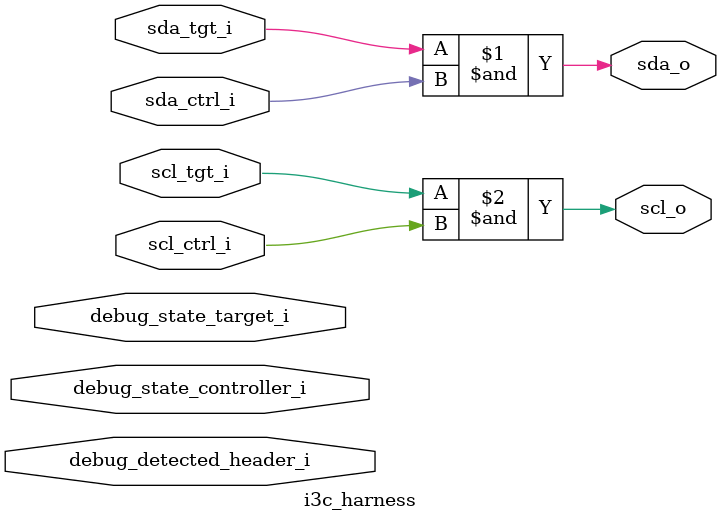
<source format=sv>
/*
Copyright (c) 2024 Antmicro <www.antmicro.com>
SPDX-License-Identifier: Apache-2.0
*/

`timescale 1ns / 1ps

/*
 * I3C test
 */
module i3c_harness (
    input wire sda_ctrl_i,
    input wire scl_ctrl_i,
    input wire [4:0] debug_state_controller_i,

    input wire sda_tgt_i,
    input wire scl_tgt_i,
    input wire [4:0] debug_state_target_i,
    input wire [3:0] debug_detected_header_i,

    output wire sda_o,
    output wire scl_o
);

  assign sda_o = sda_tgt_i & sda_ctrl_i;
  assign scl_o = scl_tgt_i & scl_ctrl_i;

endmodule

</source>
